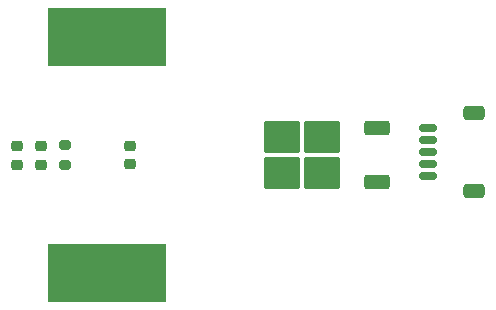
<source format=gbp>
G04 #@! TF.GenerationSoftware,KiCad,Pcbnew,7.0.9*
G04 #@! TF.CreationDate,2023-12-19T12:33:16+08:00*
G04 #@! TF.ProjectId,vnh5019,766e6835-3031-4392-9e6b-696361645f70,rev?*
G04 #@! TF.SameCoordinates,Original*
G04 #@! TF.FileFunction,Paste,Bot*
G04 #@! TF.FilePolarity,Positive*
%FSLAX46Y46*%
G04 Gerber Fmt 4.6, Leading zero omitted, Abs format (unit mm)*
G04 Created by KiCad (PCBNEW 7.0.9) date 2023-12-19 12:33:16*
%MOMM*%
%LPD*%
G01*
G04 APERTURE LIST*
G04 Aperture macros list*
%AMRoundRect*
0 Rectangle with rounded corners*
0 $1 Rounding radius*
0 $2 $3 $4 $5 $6 $7 $8 $9 X,Y pos of 4 corners*
0 Add a 4 corners polygon primitive as box body*
4,1,4,$2,$3,$4,$5,$6,$7,$8,$9,$2,$3,0*
0 Add four circle primitives for the rounded corners*
1,1,$1+$1,$2,$3*
1,1,$1+$1,$4,$5*
1,1,$1+$1,$6,$7*
1,1,$1+$1,$8,$9*
0 Add four rect primitives between the rounded corners*
20,1,$1+$1,$2,$3,$4,$5,0*
20,1,$1+$1,$4,$5,$6,$7,0*
20,1,$1+$1,$6,$7,$8,$9,0*
20,1,$1+$1,$8,$9,$2,$3,0*%
G04 Aperture macros list end*
%ADD10RoundRect,0.218750X0.256250X-0.218750X0.256250X0.218750X-0.256250X0.218750X-0.256250X-0.218750X0*%
%ADD11RoundRect,0.250000X0.850000X0.350000X-0.850000X0.350000X-0.850000X-0.350000X0.850000X-0.350000X0*%
%ADD12RoundRect,0.250000X1.275000X1.125000X-1.275000X1.125000X-1.275000X-1.125000X1.275000X-1.125000X0*%
%ADD13RoundRect,0.150000X-0.625000X0.150000X-0.625000X-0.150000X0.625000X-0.150000X0.625000X0.150000X0*%
%ADD14RoundRect,0.250000X-0.650000X0.350000X-0.650000X-0.350000X0.650000X-0.350000X0.650000X0.350000X0*%
%ADD15RoundRect,0.225000X0.250000X-0.225000X0.250000X0.225000X-0.250000X0.225000X-0.250000X-0.225000X0*%
%ADD16R,10.000000X5.000000*%
%ADD17RoundRect,0.218750X-0.256250X0.218750X-0.256250X-0.218750X0.256250X-0.218750X0.256250X0.218750X0*%
%ADD18RoundRect,0.200000X0.275000X-0.200000X0.275000X0.200000X-0.275000X0.200000X-0.275000X-0.200000X0*%
G04 APERTURE END LIST*
D10*
X86000000Y-105827500D03*
X86000000Y-104252500D03*
D11*
X114415000Y-102720000D03*
D12*
X109790000Y-106525000D03*
X109790000Y-103475000D03*
X106440000Y-106525000D03*
X106440000Y-103475000D03*
D11*
X114415000Y-107280000D03*
D13*
X118750000Y-102750000D03*
X118750000Y-103750000D03*
X118750000Y-104750000D03*
X118750000Y-105750000D03*
X118750000Y-106750000D03*
D14*
X122625000Y-101450000D03*
X122625000Y-108050000D03*
D15*
X93500000Y-105775000D03*
X93500000Y-104225000D03*
D16*
X91592400Y-95000000D03*
X91592400Y-115000000D03*
D17*
X84000000Y-104252500D03*
X84000000Y-105827500D03*
D18*
X88000000Y-105825000D03*
X88000000Y-104175000D03*
M02*

</source>
